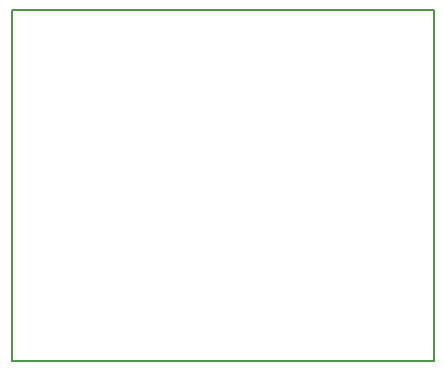
<source format=gm1>
G04 MADE WITH FRITZING*
G04 WWW.FRITZING.ORG*
G04 DOUBLE SIDED*
G04 HOLES PLATED*
G04 CONTOUR ON CENTER OF CONTOUR VECTOR*
%ASAXBY*%
%FSLAX23Y23*%
%MOIN*%
%OFA0B0*%
%SFA1.0B1.0*%
%ADD10R,1.413810X1.177410*%
%ADD11C,0.008000*%
%ADD10C,0.008*%
%LNCONTOUR*%
G90*
G70*
G54D10*
G54D11*
X4Y1173D02*
X1410Y1173D01*
X1410Y4D01*
X4Y4D01*
X4Y1173D01*
D02*
G04 End of contour*
M02*
</source>
